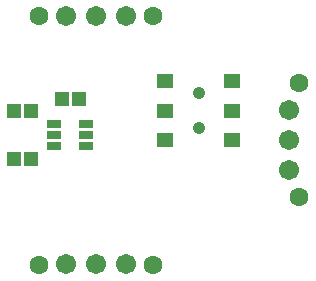
<source format=gts>
G75*
%MOIN*%
%OFA0B0*%
%FSLAX25Y25*%
%IPPOS*%
%LPD*%
%AMOC8*
5,1,8,0,0,1.08239X$1,22.5*
%
%ADD10R,0.04540X0.04540*%
%ADD11C,0.06737*%
%ADD12C,0.06312*%
%ADD13R,0.05328X0.04737*%
%ADD14C,0.04146*%
%ADD15R,0.04934X0.03162*%
D10*
X0014894Y0050276D03*
X0020602Y0050276D03*
X0020602Y0066024D03*
X0014894Y0066024D03*
X0030642Y0069961D03*
X0036350Y0069961D03*
D11*
X0032118Y0097677D03*
X0042157Y0097677D03*
X0052197Y0097677D03*
X0106606Y0066417D03*
X0106606Y0056378D03*
X0106606Y0046339D03*
X0052197Y0015079D03*
X0042157Y0015079D03*
X0032118Y0015079D03*
D12*
X0023181Y0014843D03*
X0061134Y0014843D03*
X0109874Y0037402D03*
X0109874Y0075354D03*
X0061134Y0097913D03*
X0023181Y0097913D03*
D13*
X0065228Y0076063D03*
X0065228Y0066220D03*
X0065228Y0056378D03*
X0087472Y0056378D03*
X0087472Y0066220D03*
X0087472Y0076063D03*
D14*
X0076350Y0072126D03*
X0076350Y0060315D03*
D15*
X0038811Y0061890D03*
X0038811Y0058150D03*
X0038811Y0054409D03*
X0028181Y0054409D03*
X0028181Y0058150D03*
X0028181Y0061890D03*
M02*

</source>
